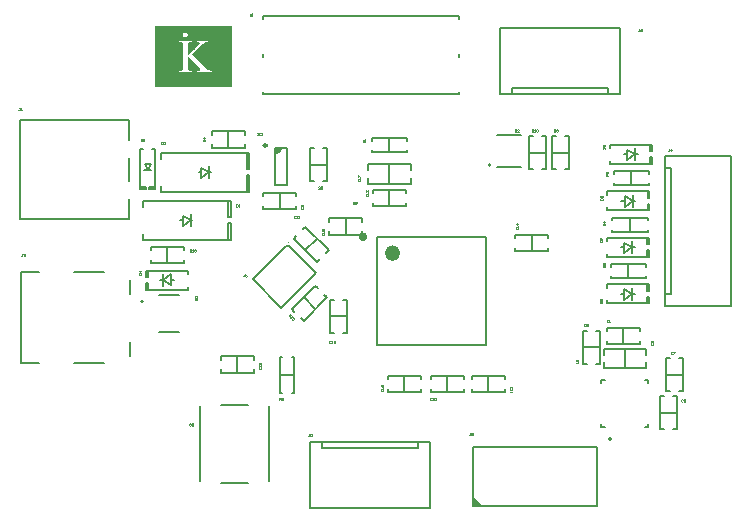
<source format=gto>
G04*
G04 #@! TF.GenerationSoftware,Altium Limited,Altium Designer,24.10.1 (45)*
G04*
G04 Layer_Color=65535*
%FSLAX25Y25*%
%MOIN*%
G70*
G04*
G04 #@! TF.SameCoordinates,545B6B6C-97C6-4FAA-9EA4-23BCF6F6AA29*
G04*
G04*
G04 #@! TF.FilePolarity,Positive*
G04*
G01*
G75*
%ADD10C,0.00500*%
%ADD11C,0.00787*%
%ADD12C,0.00394*%
%ADD13C,0.00984*%
%ADD14C,0.00591*%
%ADD15R,0.02000X0.00701*%
%ADD16R,0.01862X0.00787*%
G36*
X150752Y6657D02*
X154295D01*
X150752Y10201D01*
Y6657D01*
D02*
G37*
G36*
X85031Y126102D02*
X87000D01*
Y125512D01*
X85819Y124331D01*
X85031D01*
Y126102D01*
D02*
G37*
G36*
X70591Y146312D02*
X45006D01*
Y166808D01*
X70591D01*
Y146312D01*
D02*
G37*
%LPC*%
G36*
X57233Y161932D02*
X52780D01*
Y161578D01*
X53346D01*
Y161508D01*
X53628D01*
Y161437D01*
X53770D01*
Y161366D01*
X53911D01*
Y161296D01*
X54053D01*
Y161225D01*
X54123D01*
Y161083D01*
X54194D01*
Y160872D01*
X54265D01*
Y152602D01*
X54194D01*
Y152320D01*
X54123D01*
Y152178D01*
X54053D01*
Y152108D01*
X53982D01*
Y152037D01*
X53911D01*
Y151966D01*
X53841D01*
Y151895D01*
X53628D01*
Y151825D01*
X53204D01*
Y151754D01*
X52780D01*
Y151401D01*
X57233D01*
Y151754D01*
X56738D01*
Y151825D01*
X56456D01*
Y151895D01*
X56244D01*
Y151966D01*
X56102D01*
Y152037D01*
X56032D01*
Y152108D01*
X55961D01*
Y152178D01*
X55890D01*
Y152249D01*
Y152320D01*
X55819D01*
Y152673D01*
X55749D01*
Y156631D01*
X55819D01*
Y156560D01*
X55890D01*
Y156490D01*
X55961D01*
Y156419D01*
X56032D01*
Y156348D01*
X56102D01*
Y156277D01*
X56173D01*
Y156207D01*
X56244D01*
Y156136D01*
X56314D01*
Y156065D01*
X56385D01*
Y155995D01*
X56456D01*
Y155924D01*
X56526D01*
Y155853D01*
X56597D01*
Y155783D01*
X56668D01*
Y155712D01*
X56738D01*
Y155641D01*
X56809D01*
Y155571D01*
X56880D01*
Y155500D01*
X56950D01*
Y155429D01*
X57021D01*
Y155359D01*
X57092D01*
Y155288D01*
X57162D01*
Y155217D01*
X57233D01*
Y155147D01*
X57304D01*
Y155076D01*
X57374D01*
Y155005D01*
X57445D01*
Y154935D01*
X57516D01*
Y154864D01*
X57586D01*
Y154793D01*
X57657D01*
Y154722D01*
X57728D01*
Y154652D01*
X57798D01*
Y154581D01*
X57869D01*
Y154510D01*
X57940D01*
Y154440D01*
X58011D01*
Y154369D01*
X58081D01*
Y154298D01*
X58152D01*
Y154228D01*
X58223D01*
Y154157D01*
X58293D01*
Y154086D01*
X58364D01*
Y154016D01*
X58435D01*
Y153945D01*
X58505D01*
Y153874D01*
X58576D01*
Y153804D01*
X58647D01*
Y153733D01*
X58717D01*
Y153662D01*
X58788D01*
Y153592D01*
X58859D01*
Y153521D01*
X58929D01*
Y153450D01*
X59000D01*
Y153380D01*
X59071D01*
Y153309D01*
X59141D01*
Y153238D01*
X59212D01*
Y153168D01*
X59283D01*
Y153097D01*
X59353D01*
Y153026D01*
X59424D01*
Y152956D01*
X59495D01*
Y152885D01*
X59565D01*
Y152814D01*
X59636D01*
Y152744D01*
X59707D01*
Y152673D01*
X59777D01*
Y152532D01*
X59848D01*
Y152390D01*
X59919D01*
Y152108D01*
X59848D01*
Y151966D01*
X59777D01*
Y151895D01*
X59707D01*
Y151825D01*
X59565D01*
Y151754D01*
X59141D01*
Y151683D01*
X59071D01*
Y151401D01*
X64018D01*
Y151683D01*
X63947D01*
Y151754D01*
X63523D01*
Y151825D01*
X63311D01*
Y151895D01*
X63099D01*
Y151966D01*
X62887D01*
Y152037D01*
X62746D01*
Y152108D01*
X62605D01*
Y152178D01*
X62534D01*
Y152249D01*
X62392D01*
Y152320D01*
X62251D01*
Y152390D01*
X62181D01*
Y152461D01*
X62110D01*
Y152532D01*
X61968D01*
Y152602D01*
X61898D01*
Y152673D01*
X61827D01*
Y152744D01*
X61756D01*
Y152814D01*
X61615D01*
Y152885D01*
X61544D01*
Y152956D01*
X61474D01*
Y153026D01*
X61403D01*
Y153097D01*
X61332D01*
Y153168D01*
X61262D01*
Y153238D01*
X61191D01*
Y153309D01*
X61120D01*
Y153380D01*
X61050D01*
Y153450D01*
X60979D01*
Y153521D01*
X60908D01*
Y153592D01*
X60838D01*
Y153662D01*
X60767D01*
Y153733D01*
X60696D01*
Y153804D01*
X60626D01*
Y153874D01*
X60555D01*
Y153945D01*
X60484D01*
Y154016D01*
X60414D01*
Y154086D01*
X60343D01*
Y154157D01*
X60272D01*
Y154228D01*
X60202D01*
Y154298D01*
X60131D01*
Y154369D01*
X60060D01*
Y154440D01*
X59990D01*
Y154510D01*
X59919D01*
Y154581D01*
X59848D01*
Y154652D01*
X59777D01*
Y154722D01*
X59707D01*
Y154793D01*
X59636D01*
Y154864D01*
X59565D01*
Y154935D01*
X59495D01*
Y155005D01*
X59424D01*
Y155076D01*
X59353D01*
Y155147D01*
X59283D01*
Y155217D01*
X59212D01*
Y155288D01*
X59141D01*
Y155359D01*
X59071D01*
Y155429D01*
X59000D01*
Y155500D01*
X58929D01*
Y155571D01*
X58859D01*
Y155641D01*
X58788D01*
Y155712D01*
X58717D01*
Y155783D01*
X58647D01*
Y155853D01*
X58576D01*
Y155924D01*
X58505D01*
Y155995D01*
X58435D01*
Y156065D01*
X58364D01*
Y156136D01*
X58293D01*
Y156207D01*
X58223D01*
Y156277D01*
X58152D01*
Y156348D01*
X58081D01*
Y156419D01*
X58011D01*
Y156490D01*
X57940D01*
Y156560D01*
X57869D01*
Y156631D01*
X57798D01*
Y156702D01*
X57728D01*
Y156772D01*
X57657D01*
Y156843D01*
X57586D01*
Y156914D01*
X57516D01*
Y156984D01*
X57445D01*
Y157055D01*
X57374D01*
Y157126D01*
X57304D01*
Y157196D01*
X57233D01*
Y157267D01*
X57304D01*
Y157338D01*
X57374D01*
Y157408D01*
X57445D01*
Y157479D01*
X57516D01*
Y157550D01*
X57586D01*
Y157620D01*
X57657D01*
Y157691D01*
X57728D01*
Y157762D01*
X57798D01*
Y157832D01*
X57869D01*
Y157903D01*
X57940D01*
Y157974D01*
X58011D01*
Y158044D01*
X58081D01*
Y158115D01*
X58152D01*
Y158186D01*
X58223D01*
Y158256D01*
X58293D01*
Y158327D01*
X58364D01*
Y158398D01*
X58435D01*
Y158468D01*
X58505D01*
Y158539D01*
X58576D01*
Y158610D01*
X58647D01*
Y158680D01*
X58717D01*
Y158751D01*
X58788D01*
Y158822D01*
X58859D01*
Y158893D01*
X58929D01*
Y158963D01*
X59000D01*
Y159034D01*
X59071D01*
Y159105D01*
X59141D01*
Y159175D01*
X59212D01*
Y159246D01*
X59283D01*
Y159317D01*
X59353D01*
Y159387D01*
X59424D01*
Y159458D01*
X59495D01*
Y159529D01*
X59565D01*
Y159599D01*
X59636D01*
Y159670D01*
X59707D01*
Y159741D01*
X59777D01*
Y159811D01*
X59848D01*
Y159882D01*
X59919D01*
Y159953D01*
X59990D01*
Y160023D01*
X60060D01*
Y160094D01*
X60131D01*
Y160165D01*
X60202D01*
Y160235D01*
X60272D01*
Y160306D01*
X60343D01*
Y160377D01*
X60414D01*
Y160447D01*
X60484D01*
Y160518D01*
X60626D01*
Y160589D01*
X60696D01*
Y160660D01*
X60767D01*
Y160730D01*
X60838D01*
Y160801D01*
X60908D01*
Y160872D01*
X61050D01*
Y160942D01*
X61120D01*
Y161013D01*
X61191D01*
Y161083D01*
X61332D01*
Y161154D01*
X61474D01*
Y161225D01*
X61544D01*
Y161296D01*
X61686D01*
Y161366D01*
X61827D01*
Y161437D01*
X62039D01*
Y161508D01*
X62392D01*
Y161578D01*
X62675D01*
Y161861D01*
X58859D01*
Y161578D01*
X59283D01*
Y161508D01*
X59495D01*
Y161437D01*
X59636D01*
Y161366D01*
X59707D01*
Y161296D01*
X59777D01*
Y160942D01*
X59707D01*
Y160730D01*
X59636D01*
Y160660D01*
X59565D01*
Y160518D01*
X59495D01*
Y160447D01*
X59424D01*
Y160377D01*
X59353D01*
Y160306D01*
X59283D01*
Y160235D01*
X59212D01*
Y160094D01*
X59141D01*
Y160023D01*
X59071D01*
Y159953D01*
X59000D01*
Y159882D01*
X58929D01*
Y159811D01*
X58859D01*
Y159741D01*
X58788D01*
Y159670D01*
X58717D01*
Y159599D01*
X58647D01*
Y159529D01*
X58576D01*
Y159458D01*
X58505D01*
Y159387D01*
X58435D01*
Y159317D01*
X58364D01*
Y159246D01*
X58293D01*
Y159175D01*
X58223D01*
Y159105D01*
X58152D01*
Y159034D01*
X58081D01*
Y158963D01*
X58011D01*
Y158893D01*
X57940D01*
Y158822D01*
X57869D01*
Y158751D01*
X57798D01*
Y158680D01*
X57728D01*
Y158610D01*
X57657D01*
Y158539D01*
X57586D01*
Y158468D01*
X57516D01*
Y158398D01*
X57445D01*
Y158327D01*
X57374D01*
Y158256D01*
X57233D01*
Y158186D01*
X57162D01*
Y158115D01*
X57092D01*
Y158044D01*
X57021D01*
Y157974D01*
X56950D01*
Y157903D01*
X56880D01*
Y157832D01*
X56809D01*
Y157762D01*
X56738D01*
Y157691D01*
X56668D01*
Y157620D01*
X56597D01*
Y157550D01*
X56526D01*
Y157479D01*
X56456D01*
Y157408D01*
X56385D01*
Y157338D01*
X56314D01*
Y157267D01*
X56173D01*
Y157196D01*
X56102D01*
Y157126D01*
X56032D01*
Y157055D01*
X55961D01*
Y156984D01*
X55890D01*
Y156914D01*
X55819D01*
Y156843D01*
X55749D01*
Y160589D01*
X55819D01*
Y161013D01*
X55890D01*
Y161154D01*
X55961D01*
Y161225D01*
X56032D01*
Y161296D01*
X56102D01*
Y161366D01*
X56173D01*
Y161437D01*
X56385D01*
Y161508D01*
X56668D01*
Y161578D01*
X57233D01*
Y161932D01*
D02*
G37*
G36*
X55325Y164617D02*
X54759D01*
Y164547D01*
X54547D01*
Y164476D01*
X54477D01*
Y164405D01*
X54406D01*
Y164335D01*
X54335D01*
Y164193D01*
X54265D01*
Y164052D01*
X54194D01*
Y163557D01*
X54265D01*
Y163345D01*
X54335D01*
Y163275D01*
X54406D01*
Y163204D01*
X54477D01*
Y163133D01*
X54547D01*
Y163063D01*
X54689D01*
Y162992D01*
X54971D01*
Y162921D01*
X55042D01*
Y162992D01*
X55325D01*
Y163063D01*
X55466D01*
Y163133D01*
X55537D01*
Y163204D01*
X55678D01*
Y163345D01*
X55749D01*
Y163416D01*
X55819D01*
Y163699D01*
X55890D01*
Y163840D01*
X55819D01*
Y163911D01*
Y164123D01*
X55749D01*
Y164264D01*
X55678D01*
Y164335D01*
X55607D01*
Y164405D01*
X55537D01*
Y164476D01*
X55466D01*
Y164547D01*
X55325D01*
Y164617D01*
D02*
G37*
%LPD*%
D10*
X114244Y96551D02*
G03*
X114244Y96551I-394J0D01*
G01*
X114801D02*
G03*
X114801Y96551I-557J0D01*
G01*
X114638D02*
G03*
X114638Y96551I-394J0D01*
G01*
X114801D02*
G03*
X114801Y96551I-557J0D01*
G01*
X115124D02*
G03*
X115124Y96551I-880J0D01*
G01*
X115358D02*
G03*
X115358Y96551I-1114J0D01*
G01*
X124087Y91039D02*
G03*
X124087Y91039I-394J0D01*
G01*
X124967D02*
G03*
X124967Y91039I-880J0D01*
G01*
X124643D02*
G03*
X124643Y91039I-557J0D01*
G01*
X125506D02*
G03*
X125506Y91039I-1419J0D01*
G01*
X125200D02*
G03*
X125200Y91039I-1114J0D01*
G01*
X125757D02*
G03*
X125757Y91039I-1670J0D01*
G01*
X126055D02*
G03*
X126055Y91039I-1969J0D01*
G01*
X126314D02*
G03*
X126314Y91039I-2227J0D01*
G01*
X126382D02*
G03*
X126382Y91039I-2296J0D01*
G01*
X118968Y60331D02*
Y96551D01*
Y60331D02*
X155189D01*
Y96551D01*
X118968D02*
X155189D01*
X159063Y119685D02*
X166937D01*
X159063Y130315D02*
X166937D01*
X193626Y33126D02*
X194787D01*
X193626D02*
Y34287D01*
X209374Y33126D02*
Y34287D01*
X208213Y33126D02*
X209374D01*
X208213Y48874D02*
X209374D01*
Y47713D02*
Y48874D01*
X193626Y47713D02*
Y48874D01*
X194787D01*
X46360Y77161D02*
X52758D01*
X46360Y64839D02*
X52758D01*
D11*
X156720Y120472D02*
G03*
X156720Y120472I-394J0D01*
G01*
X196972Y29189D02*
G03*
X196972Y29189I-394J0D01*
G01*
X40898Y74937D02*
G03*
X40898Y74937I-394J0D01*
G01*
X85228Y124331D02*
G03*
X87000Y126102I0J1772D01*
G01*
X83000Y15000D02*
Y40000D01*
X67000Y14500D02*
X76000D01*
X67000Y40500D02*
X76000D01*
X60000Y15000D02*
Y40000D01*
X96500Y28000D02*
X136500D01*
X100500Y26000D02*
Y28000D01*
Y26000D02*
X132500D01*
Y28000D01*
X136500Y6000D02*
Y28000D01*
X96500Y6000D02*
X136500D01*
X96500D02*
Y28000D01*
X40874Y108500D02*
X70138D01*
X40874Y106626D02*
Y108500D01*
X70138Y103000D02*
Y108500D01*
X40874Y95500D02*
Y97374D01*
X69374Y103000D02*
X70138D01*
X69374D02*
Y108500D01*
Y95500D02*
Y101000D01*
X70138D01*
X40874Y95500D02*
X70138D01*
Y101000D01*
X56949Y100031D02*
Y103969D01*
X54193Y103575D02*
X56949Y102000D01*
X54193Y100031D02*
X56949Y102000D01*
X54193Y100031D02*
Y103575D01*
X56949Y102000D02*
X57342D01*
X53405D02*
X54193D01*
X215000Y73500D02*
Y123500D01*
Y77500D02*
X217000D01*
Y119500D01*
X215000D02*
X217000D01*
X215000Y123500D02*
X237000D01*
Y73500D02*
Y123500D01*
X215000Y73500D02*
X237000D01*
X47425Y80032D02*
Y83969D01*
Y82000D02*
X50181Y80425D01*
X47425Y82000D02*
X50181Y83969D01*
Y80425D02*
Y83969D01*
X46638Y82000D02*
X47425D01*
X50181D02*
X51362D01*
X150752Y6657D02*
X192091D01*
Y26342D01*
X150752D02*
X192091D01*
X150752Y6657D02*
Y26342D01*
X123000Y114252D02*
Y120748D01*
X115913Y114252D02*
Y116220D01*
Y114252D02*
X130087D01*
Y116220D01*
X115913Y118780D02*
Y120748D01*
X130087D01*
Y118780D02*
Y120748D01*
X205075Y122031D02*
Y125969D01*
X202319Y125575D02*
X205075Y124000D01*
X202319Y122031D02*
X205075Y124000D01*
X202319Y122031D02*
Y125575D01*
X205075Y124000D02*
X205862D01*
X201138D02*
X202319D01*
X201500Y52752D02*
Y59248D01*
X208587Y57279D02*
Y59248D01*
X194413D02*
X208587D01*
X194413Y57279D02*
Y59248D01*
X208587Y52752D02*
Y54720D01*
X194413Y52752D02*
X208587D01*
X194413D02*
Y54720D01*
X204256Y106532D02*
Y110468D01*
X201500Y110075D02*
X204256Y108500D01*
X201500Y106532D02*
X204256Y108500D01*
X201500Y106532D02*
Y110075D01*
X204256Y108500D02*
X205043D01*
X200319D02*
X201500D01*
X204075Y91031D02*
Y94968D01*
X201319Y94575D02*
X204075Y93000D01*
X201319Y91031D02*
X204075Y93000D01*
X201319Y91031D02*
Y94575D01*
X204075Y93000D02*
X204862D01*
X200138D02*
X201319D01*
X204075Y75532D02*
Y79469D01*
X201319Y79075D02*
X204075Y77500D01*
X201319Y75532D02*
X204075Y77500D01*
X201319Y75532D02*
Y79075D01*
X204075Y77500D02*
X204862D01*
X200138D02*
X201319D01*
X160000Y144000D02*
X200000D01*
X196000D02*
Y146000D01*
X164000D02*
X196000D01*
X164000Y144000D02*
Y146000D01*
X160000Y144000D02*
Y166000D01*
X200000D01*
Y144000D02*
Y166000D01*
X80819Y169205D02*
Y169992D01*
Y156606D02*
Y157394D01*
Y144008D02*
Y144795D01*
X146173Y169205D02*
Y169992D01*
Y156606D02*
Y157394D01*
Y144008D02*
Y144795D01*
X80819Y144008D02*
X146173D01*
X80819Y169992D02*
X146173D01*
X86330Y91295D02*
X88557Y93522D01*
X89670D01*
X98579Y84614D01*
X86886Y72921D02*
X98579Y84614D01*
X77421Y82386D02*
X86886Y72921D01*
X77421Y82386D02*
X86330Y91295D01*
X36110Y115063D02*
Y122937D01*
Y128842D02*
Y135535D01*
Y102464D02*
Y109158D01*
X-110Y102464D02*
X36110D01*
X-110D02*
Y135535D01*
X36110D01*
X88968Y113898D02*
Y126102D01*
X85031Y113898D02*
Y126102D01*
Y113898D02*
X88968D01*
X85031Y126102D02*
X88968D01*
X85031Y124331D02*
X85228D01*
X59531Y118000D02*
X60319D01*
X63075D02*
X63468D01*
X60319Y116032D02*
Y119575D01*
Y116032D02*
X63075Y118000D01*
X60319Y119575D02*
X63075Y118000D01*
Y116032D02*
Y119968D01*
X76264Y111500D02*
Y117000D01*
X47000Y111500D02*
X76264D01*
X75500Y117000D02*
X76264D01*
X75500Y111500D02*
Y117000D01*
Y119000D02*
Y124500D01*
Y119000D02*
X76264D01*
X47000Y111500D02*
Y113374D01*
X76264Y119000D02*
Y124500D01*
X47000Y122626D02*
Y124500D01*
X76264D01*
X41319Y118713D02*
X43681D01*
X41516Y120681D02*
X42106D01*
X41516D02*
X42500Y118713D01*
X43484Y120681D01*
X42106D02*
X43484D01*
D12*
X89310Y94635D02*
G03*
X89310Y94635I-197J0D01*
G01*
X74351Y83407D02*
X74443Y83315D01*
X74814D01*
Y83685D01*
X74722Y83778D01*
X74814Y83315D02*
X75093Y83036D01*
X75464Y83407D02*
X75649Y83593D01*
X75557Y83500D01*
X75000Y84057D01*
Y83871D01*
X110800Y108287D02*
Y107631D01*
X110931Y107500D01*
X111194D01*
X111325Y107631D01*
Y108287D01*
X111587Y108156D02*
X111718Y108287D01*
X111981D01*
X112112Y108156D01*
Y108025D01*
X111981Y107894D01*
X111849D01*
X111981D01*
X112112Y107762D01*
Y107631D01*
X111981Y107500D01*
X111718D01*
X111587Y107631D01*
X164844Y132394D02*
Y131738D01*
X164975Y131606D01*
X165238D01*
X165369Y131738D01*
Y132394D01*
X166156Y131606D02*
X165631D01*
X166156Y132131D01*
Y132262D01*
X166025Y132394D01*
X165762D01*
X165631Y132262D01*
X185106Y54475D02*
X185762D01*
X185894Y54606D01*
Y54869D01*
X185762Y55000D01*
X185106D01*
X185894Y55262D02*
Y55525D01*
Y55394D01*
X185106D01*
X185238Y55262D01*
X56869Y34262D02*
X56738Y34394D01*
X56475D01*
X56344Y34262D01*
Y34131D01*
X56475Y34000D01*
X56738D01*
X56869Y33869D01*
Y33738D01*
X56738Y33606D01*
X56475D01*
X56344Y33738D01*
X57656Y33606D02*
X57131D01*
X57656Y34131D01*
Y34262D01*
X57525Y34394D01*
X57262D01*
X57131Y34262D01*
X76738Y170500D02*
X76606Y170369D01*
Y170106D01*
X76738Y169975D01*
X76869D01*
X77000Y170106D01*
Y170369D01*
X77131Y170500D01*
X77262D01*
X77394Y170369D01*
Y170106D01*
X77262Y169975D01*
X77394Y170762D02*
Y171025D01*
Y170894D01*
X76606D01*
X76738Y170762D01*
X195075Y86344D02*
X194288D01*
Y86738D01*
X194419Y86869D01*
X194681D01*
X194812Y86738D01*
Y86344D01*
Y86606D02*
X195075Y86869D01*
X194288Y87656D02*
Y87131D01*
X194681D01*
X194550Y87394D01*
Y87525D01*
X194681Y87656D01*
X194943D01*
X195075Y87525D01*
Y87262D01*
X194943Y87131D01*
X195075Y100344D02*
X194288D01*
Y100738D01*
X194419Y100869D01*
X194681D01*
X194812Y100738D01*
Y100344D01*
Y100606D02*
X195075Y100869D01*
Y101525D02*
X194288D01*
X194681Y101131D01*
Y101656D01*
X195921Y116844D02*
X195134D01*
Y117238D01*
X195265Y117369D01*
X195528D01*
X195659Y117238D01*
Y116844D01*
Y117106D02*
X195921Y117369D01*
X195265Y117631D02*
X195134Y117762D01*
Y118025D01*
X195265Y118156D01*
X195396D01*
X195528Y118025D01*
Y117894D01*
Y118025D01*
X195659Y118156D01*
X195790D01*
X195921Y118025D01*
Y117762D01*
X195790Y117631D01*
X86344Y42106D02*
Y42894D01*
X86738D01*
X86869Y42762D01*
Y42500D01*
X86738Y42369D01*
X86344D01*
X86606D02*
X86869Y42106D01*
X87656D02*
X87131D01*
X87656Y42631D01*
Y42762D01*
X87525Y42894D01*
X87262D01*
X87131Y42762D01*
X115047Y127975D02*
X114260D01*
Y128369D01*
X114391Y128500D01*
X114654D01*
X114785Y128369D01*
Y127975D01*
Y128238D02*
X115047Y128500D01*
Y128762D02*
Y129025D01*
Y128894D01*
X114260D01*
X114391Y128762D01*
X206369Y165894D02*
X206106D01*
X206238D01*
Y165238D01*
X206106Y165106D01*
X205975D01*
X205844Y165238D01*
X207156Y165894D02*
X206894Y165762D01*
X206631Y165500D01*
Y165238D01*
X206762Y165106D01*
X207025D01*
X207156Y165238D01*
Y165369D01*
X207025Y165500D01*
X206631D01*
X96369Y30894D02*
X96106D01*
X96238D01*
Y30238D01*
X96106Y30106D01*
X95975D01*
X95844Y30238D01*
X97156Y30894D02*
X96631D01*
Y30500D01*
X96894Y30631D01*
X97025D01*
X97156Y30500D01*
Y30238D01*
X97025Y30106D01*
X96762D01*
X96631Y30238D01*
X216369Y125894D02*
X216106D01*
X216238D01*
Y125238D01*
X216106Y125106D01*
X215975D01*
X215844Y125238D01*
X217025Y125106D02*
Y125894D01*
X216631Y125500D01*
X217156D01*
X150125Y31087D02*
X149862D01*
X149994D01*
Y30431D01*
X149862Y30300D01*
X149731D01*
X149600Y30431D01*
X150387Y30956D02*
X150518Y31087D01*
X150781D01*
X150912Y30956D01*
Y30825D01*
X150781Y30694D01*
X150649D01*
X150781D01*
X150912Y30562D01*
Y30431D01*
X150781Y30300D01*
X150518D01*
X150387Y30431D01*
X869Y90894D02*
X606D01*
X738D01*
Y90238D01*
X606Y90106D01*
X475D01*
X344Y90238D01*
X1656Y90106D02*
X1131D01*
X1656Y90631D01*
Y90762D01*
X1525Y90894D01*
X1262D01*
X1131Y90762D01*
X-75Y139587D02*
X-338D01*
X-206D01*
Y138931D01*
X-338Y138800D01*
X-469D01*
X-600Y138931D01*
X187Y138800D02*
X450D01*
X318D01*
Y139587D01*
X187Y139456D01*
X79000Y131187D02*
X79262D01*
X79131D01*
Y130400D01*
X79000D01*
X79262D01*
X80181Y131056D02*
X80050Y131187D01*
X79787D01*
X79656Y131056D01*
Y130531D01*
X79787Y130400D01*
X80050D01*
X80181Y130531D01*
X80443Y130400D02*
X80705D01*
X80574D01*
Y131187D01*
X80443Y131056D01*
X193408Y108844D02*
X194195D01*
Y109238D01*
X194064Y109369D01*
X193539D01*
X193408Y109238D01*
Y108844D01*
X194064Y109631D02*
X194195Y109762D01*
Y110025D01*
X194064Y110156D01*
X193539D01*
X193408Y110025D01*
Y109762D01*
X193539Y109631D01*
X193670D01*
X193801Y109762D01*
Y110156D01*
X193106Y74344D02*
X193894D01*
Y74738D01*
X193762Y74869D01*
X193238D01*
X193106Y74738D01*
Y74344D01*
X193238Y75131D02*
X193106Y75262D01*
Y75525D01*
X193238Y75656D01*
X193369D01*
X193500Y75525D01*
X193631Y75656D01*
X193762D01*
X193894Y75525D01*
Y75262D01*
X193762Y75131D01*
X193631D01*
X193500Y75262D01*
X193369Y75131D01*
X193238D01*
X193500Y75262D02*
Y75525D01*
X193106Y94844D02*
X193894D01*
Y95238D01*
X193762Y95369D01*
X193238D01*
X193106Y95238D01*
Y94844D01*
Y95631D02*
Y96156D01*
X193238D01*
X193762Y95631D01*
X193894D01*
X194894Y127156D02*
X194106D01*
Y126762D01*
X194238Y126631D01*
X194762D01*
X194894Y126762D01*
Y127156D01*
Y125844D02*
X194762Y126106D01*
X194500Y126369D01*
X194238D01*
X194106Y126238D01*
Y125975D01*
X194238Y125844D01*
X194369D01*
X194500Y125975D01*
Y126369D01*
X58953Y76656D02*
X58166D01*
Y76262D01*
X58297Y76131D01*
X58821D01*
X58953Y76262D01*
Y76656D01*
Y75344D02*
Y75869D01*
X58559D01*
X58690Y75606D01*
Y75475D01*
X58559Y75344D01*
X58297D01*
X58166Y75475D01*
Y75738D01*
X58297Y75869D01*
X39606Y83844D02*
X40394D01*
Y84238D01*
X40262Y84369D01*
X39738D01*
X39606Y84238D01*
Y83844D01*
X40394Y85025D02*
X39606D01*
X40000Y84631D01*
Y85156D01*
X40100Y129287D02*
Y128500D01*
X40494D01*
X40625Y128631D01*
Y129156D01*
X40494Y129287D01*
X40100D01*
X40887Y129156D02*
X41018Y129287D01*
X41281D01*
X41412Y129156D01*
Y129025D01*
X41281Y128894D01*
X41150D01*
X41281D01*
X41412Y128762D01*
Y128631D01*
X41281Y128500D01*
X41018D01*
X40887Y128631D01*
X47000Y128187D02*
Y127400D01*
X47394D01*
X47525Y127531D01*
Y128056D01*
X47394Y128187D01*
X47000D01*
X48312Y127400D02*
X47787D01*
X48312Y127925D01*
Y128056D01*
X48181Y128187D01*
X47918D01*
X47787Y128056D01*
X71975Y107394D02*
Y106606D01*
X72369D01*
X72500Y106738D01*
Y107262D01*
X72369Y107394D01*
X71975D01*
X72762Y106606D02*
X73025D01*
X72894D01*
Y107394D01*
X72762Y107262D01*
X90554Y69226D02*
X90554Y69041D01*
X90740Y68855D01*
X90925D01*
X91296Y69226D01*
Y69412D01*
X91111Y69597D01*
X90925D01*
X90461Y70247D02*
X90833Y69876D01*
X90090D01*
X89998Y69783D01*
Y69597D01*
X90183Y69412D01*
X90369D01*
X89905Y70803D02*
X90276Y70432D01*
X89534D01*
X89441Y70340D01*
Y70154D01*
X89627Y69968D01*
X89812Y69968D01*
X91625Y103356D02*
X91494Y103487D01*
X91231D01*
X91100Y103356D01*
Y102831D01*
X91231Y102700D01*
X91494D01*
X91625Y102831D01*
X92412Y102700D02*
X91887D01*
X92412Y103225D01*
Y103356D01*
X92281Y103487D01*
X92018D01*
X91887Y103356D01*
X92674Y102700D02*
X92937D01*
X92805D01*
Y103487D01*
X92674Y103356D01*
X136975Y42762D02*
X136844Y42894D01*
X136582D01*
X136451Y42762D01*
Y42238D01*
X136582Y42106D01*
X136844D01*
X136975Y42238D01*
X137762Y42106D02*
X137238D01*
X137762Y42631D01*
Y42762D01*
X137631Y42894D01*
X137369D01*
X137238Y42762D01*
X138025D02*
X138156Y42894D01*
X138418D01*
X138549Y42762D01*
Y42238D01*
X138418Y42106D01*
X138156D01*
X138025Y42238D01*
Y42762D01*
X79580Y53041D02*
X79449Y52910D01*
Y52647D01*
X79580Y52516D01*
X80105D01*
X80236Y52647D01*
Y52910D01*
X80105Y53041D01*
X80236Y53303D02*
Y53566D01*
Y53434D01*
X79449D01*
X79580Y53303D01*
X80105Y53959D02*
X80236Y54090D01*
Y54353D01*
X80105Y54484D01*
X79580D01*
X79449Y54353D01*
Y54090D01*
X79580Y53959D01*
X79711D01*
X79843Y54090D01*
Y54484D01*
X57041Y92262D02*
X56910Y92394D01*
X56647D01*
X56516Y92262D01*
Y91738D01*
X56647Y91606D01*
X56910D01*
X57041Y91738D01*
X57303Y91606D02*
X57566D01*
X57434D01*
Y92394D01*
X57303Y92262D01*
X57959D02*
X58090Y92394D01*
X58353D01*
X58484Y92262D01*
Y92131D01*
X58353Y92000D01*
X58484Y91869D01*
Y91738D01*
X58353Y91606D01*
X58090D01*
X57959Y91738D01*
Y91869D01*
X58090Y92000D01*
X57959Y92131D01*
Y92262D01*
X58090Y92000D02*
X58353D01*
X112738Y115541D02*
X112606Y115410D01*
Y115147D01*
X112738Y115016D01*
X113262D01*
X113394Y115147D01*
Y115410D01*
X113262Y115541D01*
X113394Y115803D02*
Y116066D01*
Y115934D01*
X112606D01*
X112738Y115803D01*
X112606Y116459D02*
Y116984D01*
X112738D01*
X113262Y116459D01*
X113394D01*
X120238Y45541D02*
X120106Y45410D01*
Y45147D01*
X120238Y45016D01*
X120762D01*
X120894Y45147D01*
Y45410D01*
X120762Y45541D01*
X120894Y45803D02*
Y46066D01*
Y45934D01*
X120106D01*
X120238Y45803D01*
X120106Y46984D02*
X120238Y46722D01*
X120500Y46459D01*
X120762D01*
X120894Y46590D01*
Y46853D01*
X120762Y46984D01*
X120631D01*
X120500Y46853D01*
Y46459D01*
X100738Y97541D02*
X100606Y97410D01*
Y97147D01*
X100738Y97016D01*
X101262D01*
X101394Y97147D01*
Y97410D01*
X101262Y97541D01*
X101394Y97803D02*
Y98066D01*
Y97934D01*
X100606D01*
X100738Y97803D01*
X100606Y98984D02*
Y98459D01*
X101000D01*
X100869Y98722D01*
Y98853D01*
X101000Y98984D01*
X101262D01*
X101394Y98853D01*
Y98590D01*
X101262Y98459D01*
X165238Y99541D02*
X165106Y99410D01*
Y99147D01*
X165238Y99016D01*
X165762D01*
X165894Y99147D01*
Y99410D01*
X165762Y99541D01*
X165894Y99803D02*
Y100066D01*
Y99934D01*
X165106D01*
X165238Y99803D01*
X165894Y100853D02*
X165106D01*
X165500Y100459D01*
Y100984D01*
X103541Y61762D02*
X103410Y61894D01*
X103147D01*
X103016Y61762D01*
Y61238D01*
X103147Y61106D01*
X103410D01*
X103541Y61238D01*
X103803Y61106D02*
X104066D01*
X103934D01*
Y61894D01*
X103803Y61762D01*
X104459D02*
X104590Y61894D01*
X104853D01*
X104984Y61762D01*
Y61631D01*
X104853Y61500D01*
X104722D01*
X104853D01*
X104984Y61369D01*
Y61238D01*
X104853Y61106D01*
X104590D01*
X104459Y61238D01*
X115238Y110541D02*
X115106Y110410D01*
Y110147D01*
X115238Y110016D01*
X115762D01*
X115894Y110147D01*
Y110410D01*
X115762Y110541D01*
X115894Y110803D02*
Y111066D01*
Y110934D01*
X115106D01*
X115238Y110803D01*
X115894Y111984D02*
Y111459D01*
X115369Y111984D01*
X115238D01*
X115106Y111853D01*
Y111590D01*
X115238Y111459D01*
X163762Y45828D02*
X163894Y45959D01*
Y46222D01*
X163762Y46353D01*
X163238D01*
X163106Y46222D01*
Y45959D01*
X163238Y45828D01*
X163106Y45566D02*
Y45303D01*
Y45434D01*
X163894D01*
X163762Y45566D01*
X163106Y44910D02*
Y44647D01*
Y44778D01*
X163894D01*
X163762Y44910D01*
X171041Y132262D02*
X170910Y132394D01*
X170647D01*
X170516Y132262D01*
Y131738D01*
X170647Y131606D01*
X170910D01*
X171041Y131738D01*
X171303Y131606D02*
X171566D01*
X171434D01*
Y132394D01*
X171303Y132262D01*
X171959D02*
X172090Y132394D01*
X172353D01*
X172484Y132262D01*
Y131738D01*
X172353Y131606D01*
X172090D01*
X171959Y131738D01*
Y132262D01*
X178369D02*
X178238Y132394D01*
X177975D01*
X177844Y132262D01*
Y131738D01*
X177975Y131606D01*
X178238D01*
X178369Y131738D01*
X178631D02*
X178762Y131606D01*
X179025D01*
X179156Y131738D01*
Y132262D01*
X179025Y132394D01*
X178762D01*
X178631Y132262D01*
Y132131D01*
X178762Y132000D01*
X179156D01*
X188369Y67420D02*
X188238Y67551D01*
X187975D01*
X187844Y67420D01*
Y66895D01*
X187975Y66764D01*
X188238D01*
X188369Y66895D01*
X188631Y67420D02*
X188762Y67551D01*
X189025D01*
X189156Y67420D01*
Y67289D01*
X189025Y67158D01*
X189156Y67026D01*
Y66895D01*
X189025Y66764D01*
X188762D01*
X188631Y66895D01*
Y67026D01*
X188762Y67158D01*
X188631Y67289D01*
Y67420D01*
X188762Y67158D02*
X189025D01*
X217369Y58105D02*
X217238Y58236D01*
X216975D01*
X216844Y58105D01*
Y57580D01*
X216975Y57449D01*
X217238D01*
X217369Y57580D01*
X217631Y58236D02*
X218156D01*
Y58105D01*
X217631Y57580D01*
Y57449D01*
X93738Y106369D02*
X93606Y106238D01*
Y105975D01*
X93738Y105844D01*
X94262D01*
X94394Y105975D01*
Y106238D01*
X94262Y106369D01*
X93606Y107156D02*
X93738Y106894D01*
X94000Y106631D01*
X94262D01*
X94394Y106762D01*
Y107025D01*
X94262Y107156D01*
X94131D01*
X94000Y107025D01*
Y106631D01*
X100131Y112738D02*
X100262Y112606D01*
X100525D01*
X100656Y112738D01*
Y113262D01*
X100525Y113394D01*
X100262D01*
X100131Y113262D01*
X99344Y112606D02*
X99869D01*
Y113000D01*
X99606Y112869D01*
X99475D01*
X99344Y113000D01*
Y113262D01*
X99475Y113394D01*
X99738D01*
X99869Y113262D01*
X61080Y128869D02*
X60949Y128738D01*
Y128475D01*
X61080Y128344D01*
X61605D01*
X61736Y128475D01*
Y128738D01*
X61605Y128869D01*
X61736Y129525D02*
X60949D01*
X61343Y129131D01*
Y129656D01*
X210238Y60869D02*
X210106Y60738D01*
Y60475D01*
X210238Y60344D01*
X210762D01*
X210894Y60475D01*
Y60738D01*
X210762Y60869D01*
X210238Y61131D02*
X210106Y61262D01*
Y61525D01*
X210238Y61656D01*
X210369D01*
X210500Y61525D01*
Y61394D01*
Y61525D01*
X210631Y61656D01*
X210762D01*
X210894Y61525D01*
Y61262D01*
X210762Y61131D01*
X220869Y42262D02*
X220738Y42394D01*
X220475D01*
X220344Y42262D01*
Y41738D01*
X220475Y41606D01*
X220738D01*
X220869Y41738D01*
X221656Y41606D02*
X221131D01*
X221656Y42131D01*
Y42262D01*
X221525Y42394D01*
X221262D01*
X221131Y42262D01*
X196000Y68762D02*
X195869Y68894D01*
X195606D01*
X195475Y68762D01*
Y68238D01*
X195606Y68106D01*
X195869D01*
X196000Y68238D01*
X196262Y68106D02*
X196525D01*
X196394D01*
Y68894D01*
X196262Y68762D01*
D13*
X82177Y126988D02*
G03*
X82177Y126988I-492J0D01*
G01*
D14*
X169744Y124500D02*
X175256D01*
X169744Y118988D02*
X170925D01*
X169744D02*
Y130012D01*
X170925D01*
X174075D02*
X175256D01*
Y118988D02*
Y130012D01*
X174075Y118988D02*
X175256D01*
X42000Y85150D02*
X42500Y84650D01*
X42000Y85150D02*
X56000D01*
Y84067D02*
Y85150D01*
X42500Y83000D02*
Y84650D01*
X42000Y83000D02*
X42500D01*
X42000D02*
Y85150D01*
Y78850D02*
X42500Y79350D01*
X42000Y78850D02*
X56000D01*
Y79933D01*
X42500Y79350D02*
Y81000D01*
X42000D02*
X42500D01*
X42000Y78850D02*
Y81000D01*
X49000Y87744D02*
Y93256D01*
X43488Y92075D02*
Y93256D01*
X54512D01*
Y92075D02*
Y93256D01*
Y87744D02*
Y88925D01*
X43488Y87744D02*
X54512D01*
X43488D02*
Y88925D01*
X187744Y65169D02*
X188925D01*
X187744Y54146D02*
Y65169D01*
Y54146D02*
X188925D01*
X192075D02*
X193256D01*
Y65169D01*
X192075D02*
X193256D01*
X187744Y59658D02*
X193256D01*
X128000Y44744D02*
Y50256D01*
X122488Y49075D02*
Y50256D01*
X133512D01*
Y49075D02*
Y50256D01*
Y44744D02*
Y45925D01*
X122488Y44744D02*
X133512D01*
X122488D02*
Y45925D01*
X108500Y97244D02*
Y102756D01*
X102988Y101575D02*
Y102756D01*
X114012D01*
Y101575D02*
Y102756D01*
Y97244D02*
Y98425D01*
X102988Y97244D02*
X114012D01*
X102988D02*
Y98425D01*
X170500Y91744D02*
Y97256D01*
X176012Y91744D02*
Y92925D01*
X164988Y91744D02*
X176012D01*
X164988D02*
Y92925D01*
Y96075D02*
Y97256D01*
X176012D01*
Y96075D02*
Y97256D01*
X103244Y70000D02*
X108756D01*
X107575Y75512D02*
X108756D01*
Y64488D02*
Y75512D01*
X107575Y64488D02*
X108756D01*
X103244D02*
X104425D01*
X103244D02*
Y75512D01*
X104425D01*
X123000Y106744D02*
Y112256D01*
X128512Y106744D02*
Y107925D01*
X117488Y106744D02*
X128512D01*
X117488D02*
Y107925D01*
Y111075D02*
Y112256D01*
X128512D01*
Y111075D02*
Y112256D01*
X210000Y121350D02*
X210500Y120850D01*
X196500D02*
X210500D01*
X196500D02*
Y121933D01*
X210000Y121350D02*
Y123000D01*
X210500D01*
Y120850D02*
Y123000D01*
X210000Y126650D02*
X210500Y127150D01*
X196500D02*
X210500D01*
X196500Y126067D02*
Y127150D01*
X210000Y125000D02*
Y126650D01*
Y125000D02*
X210500D01*
Y127150D01*
X142342Y44744D02*
Y50256D01*
X147854Y44744D02*
Y45925D01*
X136831Y44744D02*
X147854D01*
X136831D02*
Y45925D01*
Y49075D02*
Y50256D01*
X147854D01*
Y49075D02*
Y50256D01*
X156000Y44744D02*
Y50256D01*
X150488Y49075D02*
Y50256D01*
X161512D01*
Y49075D02*
Y50256D01*
Y44744D02*
Y45925D01*
X150488Y44744D02*
X161512D01*
X150488D02*
Y45925D01*
X86638Y50500D02*
X91362D01*
Y44594D02*
Y56406D01*
X90606Y44594D02*
X91362D01*
X90606Y56406D02*
X91362D01*
X86638D02*
X87394D01*
X86638Y44594D02*
Y56406D01*
Y44594D02*
X87394D01*
X72342Y51244D02*
Y56756D01*
X66831Y55575D02*
Y56756D01*
X77854D01*
Y55575D02*
Y56756D01*
Y51244D02*
Y52425D01*
X66831Y51244D02*
X77854D01*
X66831D02*
Y52425D01*
X177244Y124500D02*
X182756D01*
X177244Y118988D02*
X178425D01*
X177244D02*
Y130012D01*
X178425D01*
X181575D02*
X182756D01*
Y118988D02*
Y130012D01*
X181575Y118988D02*
X182756D01*
X96744Y120500D02*
X102256D01*
X96744Y114988D02*
X97925D01*
X96744D02*
Y126012D01*
X97925D01*
X101075D02*
X102256D01*
Y114988D02*
Y126012D01*
X101075Y114988D02*
X102256D01*
X69342Y126244D02*
Y131756D01*
X63831Y130575D02*
Y131756D01*
X74854D01*
Y130575D02*
Y131756D01*
Y126244D02*
Y127425D01*
X63831Y126244D02*
X74854D01*
X63831D02*
Y127425D01*
X203681Y113638D02*
Y118362D01*
X197776D02*
X209587D01*
Y117606D02*
Y118362D01*
X197776Y117606D02*
Y118362D01*
Y113638D02*
Y114394D01*
Y113638D02*
X209587D01*
Y114394D01*
X209181Y105850D02*
X209681Y105350D01*
X195681D02*
X209681D01*
X195681D02*
Y106433D01*
X209181Y105850D02*
Y107500D01*
X209681D01*
Y105350D02*
Y107500D01*
X209181Y111150D02*
X209681Y111650D01*
X195681D02*
X209681D01*
X195681Y110567D02*
Y111650D01*
X209181Y109500D02*
Y111150D01*
Y109500D02*
X209681D01*
Y111650D01*
X203181Y98138D02*
Y102862D01*
X197276D02*
X209087D01*
Y102106D02*
Y102862D01*
X197276Y102106D02*
Y102862D01*
Y98138D02*
Y98894D01*
Y98138D02*
X209087D01*
Y98894D01*
X209000Y90350D02*
X209500Y89850D01*
X195500D02*
X209500D01*
X195500D02*
Y90933D01*
X209000Y90350D02*
Y92000D01*
X209500D01*
Y89850D02*
Y92000D01*
X209000Y95650D02*
X209500Y96150D01*
X195500D02*
X209500D01*
X195500Y95067D02*
Y96150D01*
X209000Y94000D02*
Y95650D01*
Y94000D02*
X209500D01*
Y96150D01*
X202681Y82638D02*
Y87362D01*
X196776D02*
X208587D01*
Y86606D02*
Y87362D01*
X196776Y86606D02*
Y87362D01*
Y82638D02*
Y83394D01*
Y82638D02*
X208587D01*
Y83394D01*
X209000Y74850D02*
X209500Y74350D01*
X195500D02*
X209500D01*
X195500D02*
Y75433D01*
X209000Y74850D02*
Y76500D01*
X209500D01*
Y74350D02*
Y76500D01*
X209000Y80150D02*
X209500Y80650D01*
X195500D02*
X209500D01*
X195500Y79567D02*
Y80650D01*
X209000Y78500D02*
Y80150D01*
Y78500D02*
X209500D01*
Y80650D01*
X213244Y37843D02*
X218756D01*
X217575Y43354D02*
X218756D01*
Y32331D02*
Y43354D01*
X217575Y32331D02*
X218756D01*
X213244D02*
X214425D01*
X213244D02*
Y43354D01*
X214425D01*
X201000Y60744D02*
Y66256D01*
X195488Y65075D02*
Y66256D01*
X206512D01*
Y65075D02*
Y66256D01*
Y60744D02*
Y61925D01*
X195488Y60744D02*
X206512D01*
X195488D02*
Y61925D01*
X215244Y50500D02*
X220756D01*
X219575Y56012D02*
X220756D01*
Y44988D02*
Y56012D01*
X219575Y44988D02*
X220756D01*
X215244D02*
X216425D01*
X215244D02*
Y56012D01*
X216425D01*
X123000Y124638D02*
Y129362D01*
X117095Y124638D02*
X128905D01*
X117095D02*
Y125394D01*
X128905Y124638D02*
Y125394D01*
Y128606D02*
Y129362D01*
X117095D02*
X128905D01*
X117095Y128606D02*
Y129362D01*
X95051Y92051D02*
X98949Y95949D01*
X94216Y99011D02*
X95051Y99846D01*
X102846Y92051D01*
X102011Y91216D02*
X102846Y92051D01*
X98949Y88154D02*
X99784Y88989D01*
X91154Y95949D02*
X98949Y88154D01*
X91154Y95949D02*
X91989Y96784D01*
X94430Y76328D02*
X98328Y72430D01*
X90533D02*
X91368Y71595D01*
X90533Y72430D02*
X98328Y80225D01*
X99163Y79390D01*
X101390Y77163D02*
X102225Y76328D01*
X94430Y68533D02*
X102225Y76328D01*
X93595Y69368D02*
X94430Y68533D01*
X86500Y105744D02*
Y111256D01*
X80988Y110075D02*
Y111256D01*
X92012D01*
Y110075D02*
Y111256D01*
Y105744D02*
Y106925D01*
X80988Y105744D02*
X92012D01*
X80988D02*
Y106925D01*
X291Y54343D02*
Y84658D01*
X6394D01*
X17811D02*
X28047D01*
X36512Y77571D02*
Y82099D01*
Y56901D02*
Y61429D01*
X17811Y54343D02*
X28047D01*
X291D02*
X6394D01*
X44000Y125799D02*
X45000D01*
Y113000D02*
Y125799D01*
X43000Y113201D02*
X45000D01*
X43000Y112500D02*
Y113201D01*
Y112500D02*
X45000D01*
Y113201D01*
X40000Y112500D02*
Y113201D01*
Y112500D02*
X42000D01*
Y113201D01*
X40000D02*
X42000D01*
X40000Y113000D02*
Y125799D01*
X41000D01*
D15*
X44000Y112850D02*
D03*
D16*
X41070Y112807D02*
D03*
M02*

</source>
